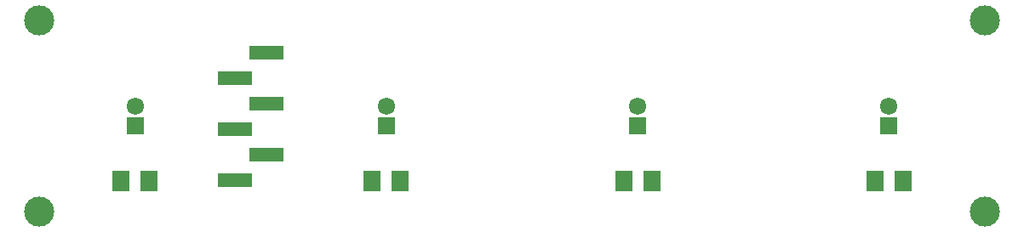
<source format=gbr>
G04 DipTrace 3.3.1.3*
G04 TopMask.gbr*
%MOIN*%
G04 #@! TF.FileFunction,Soldermask,Top*
G04 #@! TF.Part,Single*
%ADD35C,0.11811*%
%ADD37R,0.067874X0.067874*%
%ADD39C,0.067874*%
%ADD41R,0.133071X0.057874*%
%ADD43R,0.070866X0.07874*%
%FSLAX26Y26*%
G04*
G70*
G90*
G75*
G01*
G04 TopMask*
%LPD*%
D35*
X511811Y511811D3*
Y1259843D3*
X4212598D3*
Y511811D3*
D43*
X3893701Y629921D3*
X3783465D3*
X2909449D3*
X2799213D3*
X1925197D3*
X1814961D3*
X830709D3*
X940945D3*
D41*
X1275984Y635827D3*
X1401181Y735827D3*
X1275984Y835827D3*
X1401181Y935827D3*
X1275984Y1035827D3*
X1401181Y1135827D3*
D39*
X3838583Y923327D3*
D37*
Y848327D3*
D39*
X2854331Y923327D3*
D37*
Y848327D3*
D39*
X1870079Y923327D3*
D37*
Y848327D3*
D39*
X885827Y923327D3*
D37*
Y848327D3*
M02*

</source>
